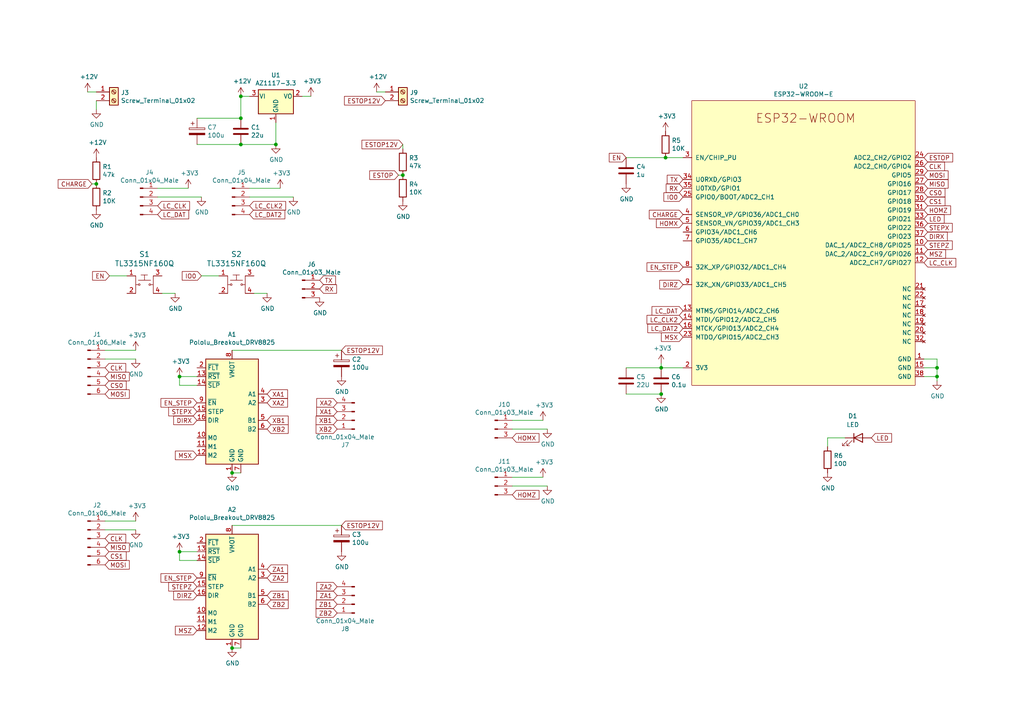
<source format=kicad_sch>
(kicad_sch (version 20211123) (generator eeschema)
  (paper "A4")
  (lib_symbols
    (symbol "Connector:Conn_01x03_Male" (pin_names (offset 1.016) hide)
      (property "Reference" "J" (at 0 5.08 0))
      (property "Value" "Conn_01x03_Male" (at 0 -5.08 0))
      (symbol "Conn_01x03_Male_1_1"
        (polyline (pts (xy 1.27 -2.54) (xy 0.8636 -2.54)) (stroke (width 0.1524)))
        (polyline (pts (xy 1.27 0) (xy 0.8636 0)) (stroke (width 0.1524)))
        (polyline (pts (xy 1.27 2.54) (xy 0.8636 2.54)) (stroke (width 0.1524)))
        (rectangle (start 0.8636 -2.413) (end 0 -2.667) (stroke (width 0.1524)) (fill (type outline)))
        (rectangle (start 0.8636 0.127) (end 0 -0.127) (stroke (width 0.1524)) (fill (type outline)))
        (rectangle (start 0.8636 2.667) (end 0 2.413) (stroke (width 0.1524)) (fill (type outline)))
        (pin passive line (at 5.08 2.54 180) (length 3.81) (name "Pin_1") (number "1"))
        (pin passive line (at 5.08 0 180) (length 3.81) (name "Pin_2") (number "2"))
        (pin passive line (at 5.08 -2.54 180) (length 3.81) (name "Pin_3") (number "3"))
      )
    )
    (symbol "Connector:Conn_01x04_Male" (pin_names (offset 1.016) hide)
      (property "Reference" "J" (at 0 5.08 0))
      (property "Value" "Conn_01x04_Male" (at 0 -7.62 0))
      (symbol "Conn_01x04_Male_1_1"
        (polyline (pts (xy 1.27 -5.08) (xy 0.8636 -5.08)) (stroke (width 0.1524)))
        (polyline (pts (xy 1.27 -2.54) (xy 0.8636 -2.54)) (stroke (width 0.1524)))
        (polyline (pts (xy 1.27 0) (xy 0.8636 0)) (stroke (width 0.1524)))
        (polyline (pts (xy 1.27 2.54) (xy 0.8636 2.54)) (stroke (width 0.1524)))
        (rectangle (start 0.8636 -4.953) (end 0 -5.207) (stroke (width 0.1524)) (fill (type outline)))
        (rectangle (start 0.8636 -2.413) (end 0 -2.667) (stroke (width 0.1524)) (fill (type outline)))
        (rectangle (start 0.8636 0.127) (end 0 -0.127) (stroke (width 0.1524)) (fill (type outline)))
        (rectangle (start 0.8636 2.667) (end 0 2.413) (stroke (width 0.1524)) (fill (type outline)))
        (pin passive line (at 5.08 2.54 180) (length 3.81) (name "Pin_1") (number "1"))
        (pin passive line (at 5.08 0 180) (length 3.81) (name "Pin_2") (number "2"))
        (pin passive line (at 5.08 -2.54 180) (length 3.81) (name "Pin_3") (number "3"))
        (pin passive line (at 5.08 -5.08 180) (length 3.81) (name "Pin_4") (number "4"))
      )
    )
    (symbol "Connector:Conn_01x06_Male" (pin_names (offset 1.016) hide)
      (property "Reference" "J" (at 0 7.62 0))
      (property "Value" "Conn_01x06_Male" (at 0 -10.16 0))
      (symbol "Conn_01x06_Male_1_1"
        (polyline (pts (xy 1.27 -7.62) (xy 0.8636 -7.62)) (stroke (width 0.1524)))
        (polyline (pts (xy 1.27 -5.08) (xy 0.8636 -5.08)) (stroke (width 0.1524)))
        (polyline (pts (xy 1.27 -2.54) (xy 0.8636 -2.54)) (stroke (width 0.1524)))
        (polyline (pts (xy 1.27 0) (xy 0.8636 0)) (stroke (width 0.1524)))
        (polyline (pts (xy 1.27 2.54) (xy 0.8636 2.54)) (stroke (width 0.1524)))
        (polyline (pts (xy 1.27 5.08) (xy 0.8636 5.08)) (stroke (width 0.1524)))
        (rectangle (start 0.8636 -7.493) (end 0 -7.747) (stroke (width 0.1524)) (fill (type outline)))
        (rectangle (start 0.8636 -4.953) (end 0 -5.207) (stroke (width 0.1524)) (fill (type outline)))
        (rectangle (start 0.8636 -2.413) (end 0 -2.667) (stroke (width 0.1524)) (fill (type outline)))
        (rectangle (start 0.8636 0.127) (end 0 -0.127) (stroke (width 0.1524)) (fill (type outline)))
        (rectangle (start 0.8636 2.667) (end 0 2.413) (stroke (width 0.1524)) (fill (type outline)))
        (rectangle (start 0.8636 5.207) (end 0 4.953) (stroke (width 0.1524)) (fill (type outline)))
        (pin passive line (at 5.08 5.08 180) (length 3.81) (name "Pin_1") (number "1"))
        (pin passive line (at 5.08 2.54 180) (length 3.81) (name "Pin_2") (number "2"))
        (pin passive line (at 5.08 0 180) (length 3.81) (name "Pin_3") (number "3"))
        (pin passive line (at 5.08 -2.54 180) (length 3.81) (name "Pin_4") (number "4"))
        (pin passive line (at 5.08 -5.08 180) (length 3.81) (name "Pin_5") (number "5"))
        (pin passive line (at 5.08 -7.62 180) (length 3.81) (name "Pin_6") (number "6"))
      )
    )
    (symbol "Connector:Screw_Terminal_01x02" (pin_names (offset 1.016) hide)
      (property "Reference" "J" (at 0 2.54 0))
      (property "Value" "Screw_Terminal_01x02" (at 0 -5.08 0))
      (symbol "Screw_Terminal_01x02_1_1"
        (rectangle (start -1.27 1.27) (end 1.27 -3.81) (stroke (width 0.254)) (fill (type background)))
        (circle (center 0 -2.54) (radius 0.635) (stroke (width 0.1524)))
        (polyline (pts (xy -0.5334 -2.2098) (xy 0.3302 -3.048)) (stroke (width 0.1524)))
        (polyline (pts (xy -0.5334 0.3302) (xy 0.3302 -0.508)) (stroke (width 0.1524)))
        (polyline (pts (xy -0.3556 -2.032) (xy 0.508 -2.8702)) (stroke (width 0.1524)))
        (polyline (pts (xy -0.3556 0.508) (xy 0.508 -0.3302)) (stroke (width 0.1524)))
        (circle (center 0 0) (radius 0.635) (stroke (width 0.1524)))
        (pin passive line (at -5.08 0 0) (length 3.81) (name "Pin_1") (number "1"))
        (pin passive line (at -5.08 -2.54 0) (length 3.81) (name "Pin_2") (number "2"))
      )
    )
    (symbol "Device:C" (pin_numbers hide) (pin_names (offset 0.254))
      (property "Reference" "C" (at 0.635 2.54 0))
      (property "Value" "C" (at 0.635 -2.54 0))
      (symbol "C_0_1"
        (polyline (pts (xy -2.032 -0.762) (xy 2.032 -0.762)) (stroke (width 0.508)))
        (polyline (pts (xy -2.032 0.762) (xy 2.032 0.762)) (stroke (width 0.508)))
      )
      (symbol "C_1_1"
        (pin passive line (at 0 3.81 270) (length 2.794) (name "~") (number "1"))
        (pin passive line (at 0 -3.81 90) (length 2.794) (name "~") (number "2"))
      )
    )
    (symbol "Device:LED" (pin_numbers hide) (pin_names (offset 1.016) hide)
      (property "Reference" "D" (at 0 2.54 0))
      (property "Value" "LED" (at 0 -2.54 0))
      (symbol "LED_0_1"
        (polyline (pts (xy -1.27 -1.27) (xy -1.27 1.27)) (stroke (width 0.254)))
        (polyline (pts (xy -1.27 0) (xy 1.27 0)))
        (polyline (pts (xy 1.27 -1.27) (xy 1.27 1.27) (xy -1.27 0) (xy 1.27 -1.27)) (stroke (width 0.254)))
        (polyline (pts (xy -3.048 -0.762) (xy -4.572 -2.286) (xy -3.81 -2.286) (xy -4.572 -2.286) (xy -4.572 -1.524)))
        (polyline (pts (xy -1.778 -0.762) (xy -3.302 -2.286) (xy -2.54 -2.286) (xy -3.302 -2.286) (xy -3.302 -1.524)))
      )
      (symbol "LED_1_1"
        (pin passive line (at -3.81 0 0) (length 2.54) (name "K") (number "1"))
        (pin passive line (at 3.81 0 180) (length 2.54) (name "A") (number "2"))
      )
    )
    (symbol "Device:R" (pin_numbers hide) (pin_names (offset 0))
      (property "Reference" "R" (at 2.032 0 90))
      (property "Value" "R" (at 0 0 90))
      (symbol "R_0_1"
        (rectangle (start -1.016 -2.54) (end 1.016 2.54) (stroke (width 0.254)))
      )
      (symbol "R_1_1"
        (pin passive line (at 0 3.81 270) (length 1.27) (name "~") (number "1"))
        (pin passive line (at 0 -3.81 90) (length 1.27) (name "~") (number "2"))
      )
    )
    (symbol "Driver_Motor:Pololu_Breakout_DRV8825"
      (property "Reference" "A" (at -2.54 16.51 0))
      (property "Value" "Pololu_Breakout_DRV8825" (at -2.54 13.97 0))
      (symbol "Pololu_Breakout_DRV8825_0_1"
        (rectangle (start 7.62 -17.78) (end -7.62 12.7) (stroke (width 0.254)) (fill (type background)))
      )
      (symbol "Pololu_Breakout_DRV8825_1_1"
        (pin power_in line (at 0 -20.32 90) (length 2.54) (name "GND") (number "1"))
        (pin input line (at -10.16 -10.16 0) (length 2.54) (name "M0") (number "10"))
        (pin input line (at -10.16 -12.7 0) (length 2.54) (name "M1") (number "11"))
        (pin input line (at -10.16 -15.24 0) (length 2.54) (name "M2") (number "12"))
        (pin input line (at -10.16 7.62 0) (length 2.54) (name "~{RST}") (number "13"))
        (pin input line (at -10.16 5.08 0) (length 2.54) (name "~{SLP}") (number "14"))
        (pin input line (at -10.16 -2.54 0) (length 2.54) (name "STEP") (number "15"))
        (pin input line (at -10.16 -5.08 0) (length 2.54) (name "DIR") (number "16"))
        (pin output line (at -10.16 10.16 0) (length 2.54) (name "~{FLT}") (number "2"))
        (pin output line (at 10.16 0 180) (length 2.54) (name "A2") (number "3"))
        (pin output line (at 10.16 2.54 180) (length 2.54) (name "A1") (number "4"))
        (pin output line (at 10.16 -5.08 180) (length 2.54) (name "B1") (number "5"))
        (pin output line (at 10.16 -7.62 180) (length 2.54) (name "B2") (number "6"))
        (pin power_in line (at 2.54 -20.32 90) (length 2.54) (name "GND") (number "7"))
        (pin power_in line (at 0 15.24 270) (length 2.54) (name "VMOT") (number "8"))
        (pin input line (at -10.16 0 0) (length 2.54) (name "~{EN}") (number "9"))
      )
    )
    (symbol "MuscleRoller-rescue:CP-Device" (pin_numbers hide) (pin_names (offset 0.254))
      (property "Reference" "C" (at 0.635 2.54 0))
      (property "Value" "CP-Device" (at 0.635 -2.54 0))
      (symbol "CP-Device_0_1"
        (rectangle (start -2.286 0.508) (end 2.286 1.016))
        (polyline (pts (xy -1.778 2.286) (xy -0.762 2.286)))
        (polyline (pts (xy -1.27 2.794) (xy -1.27 1.778)))
        (rectangle (start 2.286 -0.508) (end -2.286 -1.016) (fill (type outline)))
      )
      (symbol "CP-Device_1_1"
        (pin passive line (at 0 3.81 270) (length 2.794) (name "~") (number "1"))
        (pin passive line (at 0 -3.81 90) (length 2.794) (name "~") (number "2"))
      )
    )
    (symbol "MuscleRoller-rescue:ESP32-WROOM-E-Espressif" (pin_names (offset 1.016))
      (property "Reference" "U" (at 0 43.18 0))
      (property "Value" "ESP32-WROOM-E-Espressif" (at 0 -41.91 0))
      (symbol "ESP32-WROOM-E-Espressif_0_1"
        (rectangle (start 33.02 41.91) (end -31.75 -40.64) (fill (type background)))
      )
      (symbol "ESP32-WROOM-E-Espressif_1_1"
        (text "ESP32-­WROOM­" (at 1.27 36.83 0) (effects (font (size 2.54 2.54))))
        (pin power_in line (at 35.56 -33.02 180) (length 2.54) (name "GND") (number "1"))
        (pin bidirectional line (at 35.56 0 180) (length 2.54) (name "DAC_1/ADC2_CH8/GPIO25") (number "10"))
        (pin bidirectional line (at 35.56 -2.54 180) (length 2.54) (name "DAC_2/ADC2_CH9/GPIO26") (number "11"))
        (pin bidirectional line (at 35.56 -5.08 180) (length 2.54) (name "ADC2_CH7/GPIO27") (number "12"))
        (pin bidirectional line (at -34.29 -19.05 0) (length 2.54) (name "MTMS/GPIO14/ADC2_CH6") (number "13"))
        (pin bidirectional line (at -34.29 -21.59 0) (length 2.54) (name "MTDI/GPIO12/ADC2_CH5") (number "14"))
        (pin power_in line (at 35.56 -35.56 180) (length 2.54) (name "GND") (number "15"))
        (pin bidirectional line (at -34.29 -24.13 0) (length 2.54) (name "MTCK/GPIO13/ADC2_CH4") (number "16"))
        (pin no_connect line (at 35.56 -17.78 180) (length 2.54) (name "NC") (number "17"))
        (pin no_connect line (at 35.56 -20.32 180) (length 2.54) (name "NC") (number "18"))
        (pin no_connect line (at 35.56 -22.86 180) (length 2.54) (name "NC") (number "19"))
        (pin power_in line (at -34.29 -35.56 0) (length 2.54) (name "3V3") (number "2"))
        (pin no_connect line (at 35.56 -25.4 180) (length 2.54) (name "NC") (number "20"))
        (pin no_connect line (at 35.56 -12.7 180) (length 2.54) (name "NC") (number "21"))
        (pin no_connect line (at 35.56 -15.24 180) (length 2.54) (name "NC") (number "22"))
        (pin bidirectional line (at -34.29 -26.67 0) (length 2.54) (name "MTDO/GPIO15/ADC2_CH3") (number "23"))
        (pin bidirectional line (at 35.56 25.4 180) (length 2.54) (name "ADC2_CH2/GPIO2") (number "24"))
        (pin bidirectional line (at -34.29 13.97 0) (length 2.54) (name "GPIO0/BOOT/ADC2_CH1") (number "25"))
        (pin bidirectional line (at 35.56 22.86 180) (length 2.54) (name "ADC2_CH0/GPIO4") (number "26"))
        (pin bidirectional line (at 35.56 17.78 180) (length 2.54) (name "GPIO16") (number "27"))
        (pin bidirectional line (at 35.56 15.24 180) (length 2.54) (name "GPIO17") (number "28"))
        (pin bidirectional line (at 35.56 20.32 180) (length 2.54) (name "GPIO5") (number "29"))
        (pin input line (at -34.29 25.4 0) (length 2.54) (name "EN/CHIP_PU") (number "3"))
        (pin bidirectional line (at 35.56 12.7 180) (length 2.54) (name "GPIO18") (number "30"))
        (pin bidirectional line (at 35.56 10.16 180) (length 2.54) (name "GPIO19") (number "31"))
        (pin no_connect line (at 35.56 -27.94 180) (length 2.54) (name "NC") (number "32"))
        (pin bidirectional line (at 35.56 7.62 180) (length 2.54) (name "GPIO21") (number "33"))
        (pin bidirectional line (at -34.29 19.05 0) (length 2.54) (name "U0RXD/GPIO3") (number "34"))
        (pin bidirectional line (at -34.29 16.51 0) (length 2.54) (name "U0TXD/GPIO1") (number "35"))
        (pin bidirectional line (at 35.56 5.08 180) (length 2.54) (name "GPIO22") (number "36"))
        (pin bidirectional line (at 35.56 2.54 180) (length 2.54) (name "GPIO23") (number "37"))
        (pin power_in line (at 35.56 -38.1 180) (length 2.54) (name "GND") (number "38"))
        (pin input line (at -34.29 8.89 0) (length 2.54) (name "SENSOR_VP/GPIO36/ADC1_CH0") (number "4"))
        (pin input line (at -34.29 6.35 0) (length 2.54) (name "SENSOR_VN/GPIO39/ADC1_CH3") (number "5"))
        (pin input line (at -34.29 3.81 0) (length 2.54) (name "GPIO34/ADC1_CH6") (number "6"))
        (pin input line (at -34.29 1.27 0) (length 2.54) (name "GPIO35/ADC1_CH7") (number "7"))
        (pin bidirectional line (at -34.29 -6.35 0) (length 2.54) (name "32K_XP/GPIO32/ADC1_CH4") (number "8"))
        (pin bidirectional line (at -34.29 -11.43 0) (length 2.54) (name "32K_XN/GPIO33/ADC1_CH5") (number "9"))
      )
    )
    (symbol "Regulator_Linear:AZ1117-3.3" (pin_names (offset 0.254))
      (property "Reference" "U" (at -3.81 3.175 0))
      (property "Value" "AZ1117-3.3" (at 0 3.175 0))
      (symbol "AZ1117-3.3_0_1"
        (rectangle (start -5.08 1.905) (end 5.08 -5.08) (stroke (width 0.254)) (fill (type background)))
      )
      (symbol "AZ1117-3.3_1_1"
        (pin power_in line (at 0 -7.62 90) (length 2.54) (name "GND") (number "1"))
        (pin power_out line (at 7.62 0 180) (length 2.54) (name "VO") (number "2"))
        (pin power_in line (at -7.62 0 0) (length 2.54) (name "VI") (number "3"))
      )
    )
    (symbol "dk_Tactile-Switches:TL3315NF160Q" (pin_names (offset 1.016))
      (property "Reference" "S" (at 0 5.08 0))
      (property "Value" "TL3315NF160Q" (at 0 -5.08 0))
      (symbol "TL3315NF160Q_0_1"
        (circle (center -1.524 0) (radius 0.254))
        (polyline (pts (xy -2.54 2.54) (xy -2.54 -2.54)))
        (polyline (pts (xy -1.778 0) (xy -2.54 0)))
        (polyline (pts (xy -1.778 1.27) (xy 1.778 1.27)))
        (polyline (pts (xy 2.54 -2.54) (xy 2.54 2.54)))
        (polyline (pts (xy 2.54 0) (xy 1.778 0)))
        (circle (center 1.524 0) (radius 0.254))
      )
      (symbol "TL3315NF160Q_1_1"
        (polyline (pts (xy -1.016 2.794) (xy 0.889 2.794)))
        (polyline (pts (xy 0 2.794) (xy 0 1.27)))
        (pin passive line (at -5.08 2.54 0) (length 2.54) (name "~") (number "1"))
        (pin passive line (at -5.08 -2.54 0) (length 2.54) (name "~") (number "2"))
        (pin passive line (at 5.08 2.54 180) (length 2.54) (name "~") (number "3"))
        (pin passive line (at 5.08 -2.54 180) (length 2.54) (name "~") (number "4"))
      )
    )
    (symbol "power:+12V" (power) (pin_names (offset 0))
      (property "Value" "+12V" (at 0 3.556 0))
      (symbol "+12V_0_1"
        (polyline (pts (xy -0.762 1.27) (xy 0 2.54)))
        (polyline (pts (xy 0 0) (xy 0 2.54)))
        (polyline (pts (xy 0 2.54) (xy 0.762 1.27)))
      )
      (symbol "+12V_1_1"
        (pin power_in line (at 0 0 90) (length 0) hide (name "+12V") (number "1"))
      )
    )
    (symbol "power:+3V3" (power) (pin_names (offset 0))
      (property "Value" "+3V3" (at 0 3.556 0))
      (symbol "+3V3_0_1"
        (polyline (pts (xy -0.762 1.27) (xy 0 2.54)))
        (polyline (pts (xy 0 0) (xy 0 2.54)))
        (polyline (pts (xy 0 2.54) (xy 0.762 1.27)))
      )
      (symbol "+3V3_1_1"
        (pin power_in line (at 0 0 90) (length 0) hide (name "+3V3") (number "1"))
      )
    )
    (symbol "power:GND" (power) (pin_names (offset 0))
      (property "Value" "GND" (at 0 -3.81 0))
      (symbol "GND_0_1"
        (polyline (pts (xy 0 0) (xy 0 -1.27) (xy 1.27 -1.27) (xy 0 -2.54) (xy -1.27 -1.27) (xy 0 -1.27)))
      )
      (symbol "GND_1_1"
        (pin power_in line (at 0 0 270) (length 0) hide (name "GND") (number "1"))
      )
    )
  )
  (junction (at 191.77 106.68))
  (junction (at 69.85 41.91))
  (junction (at 191.77 114.3))
  (junction (at 67.31 187.96))
  (junction (at 69.85 34.29))
  (junction (at 69.85 27.94))
  (junction (at 67.31 137.16))
  (junction (at 80.01 41.91))
  (junction (at 193.04 45.72))
  (junction (at 271.78 109.22))
  (junction (at 52.07 160.02))
  (junction (at 116.84 50.8))
  (junction (at 27.94 53.34))
  (junction (at 271.78 106.68))
  (junction (at 52.07 109.22))
  (wire (pts (xy 240.03 127) (xy 245.11 127)))
  (wire (pts (xy 67.31 152.4) (xy 99.06 152.4)))
  (wire (pts (xy 240.03 129.54) (xy 240.03 127)))
  (wire (pts (xy 87.63 27.94) (xy 90.17 27.94)))
  (wire (pts (xy 267.97 106.68) (xy 271.78 106.68)))
  (wire (pts (xy 52.07 160.02) (xy 57.15 160.02)))
  (wire (pts (xy 69.85 27.94) (xy 69.85 34.29)))
  (wire (pts (xy 26.67 53.34) (xy 27.94 53.34)))
  (wire (pts (xy 57.15 111.76) (xy 52.07 111.76)))
  (wire (pts (xy 57.15 162.56) (xy 52.07 162.56)))
  (wire (pts (xy 46.99 85.09) (xy 50.8 85.09)))
  (wire (pts (xy 39.37 104.14) (xy 30.48 104.14)))
  (wire (pts (xy 181.61 45.72) (xy 193.04 45.72)))
  (wire (pts (xy 271.78 109.22) (xy 271.78 110.49)))
  (wire (pts (xy 271.78 109.22) (xy 267.97 109.22)))
  (wire (pts (xy 63.5 80.01) (xy 58.42 80.01)))
  (wire (pts (xy 69.85 27.94) (xy 72.39 27.94)))
  (wire (pts (xy 52.07 109.22) (xy 57.15 109.22)))
  (wire (pts (xy 67.31 187.96) (xy 69.85 187.96)))
  (wire (pts (xy 157.48 121.92) (xy 148.59 121.92)))
  (wire (pts (xy 52.07 162.56) (xy 52.07 160.02)))
  (wire (pts (xy 116.84 43.18) (xy 116.84 41.91)))
  (wire (pts (xy 191.77 106.68) (xy 198.12 106.68)))
  (wire (pts (xy 27.94 29.21) (xy 27.94 31.75)))
  (wire (pts (xy 45.72 54.61) (xy 54.61 54.61)))
  (wire (pts (xy 158.75 124.46) (xy 148.59 124.46)))
  (wire (pts (xy 181.61 114.3) (xy 191.77 114.3)))
  (wire (pts (xy 85.09 57.15) (xy 72.39 57.15)))
  (wire (pts (xy 57.15 41.91) (xy 69.85 41.91)))
  (wire (pts (xy 111.76 26.67) (xy 109.22 26.67)))
  (wire (pts (xy 69.85 41.91) (xy 80.01 41.91)))
  (wire (pts (xy 52.07 111.76) (xy 52.07 109.22)))
  (wire (pts (xy 193.04 45.72) (xy 198.12 45.72)))
  (wire (pts (xy 271.78 106.68) (xy 271.78 109.22)))
  (wire (pts (xy 57.15 34.29) (xy 69.85 34.29)))
  (wire (pts (xy 67.31 101.6) (xy 99.06 101.6)))
  (wire (pts (xy 39.37 151.13) (xy 30.48 151.13)))
  (wire (pts (xy 80.01 35.56) (xy 80.01 41.91)))
  (wire (pts (xy 27.94 26.67) (xy 25.4 26.67)))
  (wire (pts (xy 115.57 50.8) (xy 116.84 50.8)))
  (wire (pts (xy 191.77 105.41) (xy 191.77 106.68)))
  (wire (pts (xy 158.75 140.97) (xy 148.59 140.97)))
  (wire (pts (xy 39.37 153.67) (xy 30.48 153.67)))
  (wire (pts (xy 58.42 57.15) (xy 45.72 57.15)))
  (wire (pts (xy 267.97 104.14) (xy 271.78 104.14)))
  (wire (pts (xy 39.37 101.6) (xy 30.48 101.6)))
  (wire (pts (xy 72.39 54.61) (xy 81.28 54.61)))
  (wire (pts (xy 36.83 80.01) (xy 31.75 80.01)))
  (wire (pts (xy 73.66 85.09) (xy 77.47 85.09)))
  (wire (pts (xy 67.31 137.16) (xy 69.85 137.16)))
  (wire (pts (xy 271.78 104.14) (xy 271.78 106.68)))
  (wire (pts (xy 181.61 106.68) (xy 191.77 106.68)))
  (wire (pts (xy 157.48 138.43) (xy 148.59 138.43)))
  (global_label "CS1" (shape input) (at 267.97 58.42 0) (property "Intersheet References" "${INTERSHEET_REFS}" (effects hide)))
  (global_label "DIRZ" (shape input) (at 57.15 172.72 180) (property "Intersheet References" "${INTERSHEET_REFS}" (effects hide)))
  (global_label "ZB2" (shape input) (at 77.47 175.26 0) (property "Intersheet References" "${INTERSHEET_REFS}" (effects hide)))
  (global_label "LC_CLK" (shape input) (at 267.97 76.2 0) (property "Intersheet References" "${INTERSHEET_REFS}" (effects hide)))
  (global_label "ZA1" (shape input) (at 97.79 172.72 180) (property "Intersheet References" "${INTERSHEET_REFS}" (effects hide)))
  (global_label "CHARGE" (shape input) (at 198.12 62.23 180) (property "Intersheet References" "${INTERSHEET_REFS}" (effects hide)))
  (global_label "XA1" (shape input) (at 97.79 119.38 180) (property "Intersheet References" "${INTERSHEET_REFS}" (effects hide)))
  (global_label "DIRX" (shape input) (at 267.97 68.58 0) (property "Intersheet References" "${INTERSHEET_REFS}" (effects hide)))
  (global_label "STEPZ" (shape input) (at 267.97 71.12 0) (property "Intersheet References" "${INTERSHEET_REFS}" (effects hide)))
  (global_label "DIRZ" (shape input) (at 198.12 82.55 180) (property "Intersheet References" "${INTERSHEET_REFS}" (effects hide)))
  (global_label "CLK" (shape input) (at 30.48 156.21 0) (property "Intersheet References" "${INTERSHEET_REFS}" (effects hide)))
  (global_label "TX" (shape input) (at 198.12 52.07 180) (property "Intersheet References" "${INTERSHEET_REFS}" (effects hide)))
  (global_label "MISO" (shape input) (at 30.48 158.75 0) (property "Intersheet References" "${INTERSHEET_REFS}" (effects hide)))
  (global_label "LC_DAT" (shape input) (at 45.72 62.23 0) (property "Intersheet References" "${INTERSHEET_REFS}" (effects hide)))
  (global_label "TX" (shape input) (at 92.71 81.28 0) (property "Intersheet References" "${INTERSHEET_REFS}" (effects hide)))
  (global_label "MISO" (shape input) (at 30.48 109.22 0) (property "Intersheet References" "${INTERSHEET_REFS}" (effects hide)))
  (global_label "CLK" (shape input) (at 30.48 106.68 0) (property "Intersheet References" "${INTERSHEET_REFS}" (effects hide)))
  (global_label "MISO" (shape input) (at 267.97 53.34 0) (property "Intersheet References" "${INTERSHEET_REFS}" (effects hide)))
  (global_label "MSX" (shape input) (at 57.15 132.08 180) (property "Intersheet References" "${INTERSHEET_REFS}" (effects hide)))
  (global_label "ESTOP12V" (shape input) (at 116.84 41.91 180) (property "Intersheet References" "${INTERSHEET_REFS}" (effects hide)))
  (global_label "ZA2" (shape input) (at 97.79 170.18 180) (property "Intersheet References" "${INTERSHEET_REFS}" (effects hide)))
  (global_label "ESTOP12V" (shape input) (at 99.06 152.4 0) (property "Intersheet References" "${INTERSHEET_REFS}" (effects hide)))
  (global_label "RX" (shape input) (at 92.71 83.82 0) (property "Intersheet References" "${INTERSHEET_REFS}" (effects hide)))
  (global_label "XA1" (shape input) (at 77.47 114.3 0) (property "Intersheet References" "${INTERSHEET_REFS}" (effects hide)))
  (global_label "CS0" (shape input) (at 30.48 111.76 0) (property "Intersheet References" "${INTERSHEET_REFS}" (effects hide)))
  (global_label "CS1" (shape input) (at 30.48 161.29 0) (property "Intersheet References" "${INTERSHEET_REFS}" (effects hide)))
  (global_label "ZA1" (shape input) (at 77.47 165.1 0) (property "Intersheet References" "${INTERSHEET_REFS}" (effects hide)))
  (global_label "XB2" (shape input) (at 97.79 124.46 180) (property "Intersheet References" "${INTERSHEET_REFS}" (effects hide)))
  (global_label "ZA2" (shape input) (at 77.47 167.64 0) (property "Intersheet References" "${INTERSHEET_REFS}" (effects hide)))
  (global_label "MOSI" (shape input) (at 30.48 114.3 0) (property "Intersheet References" "${INTERSHEET_REFS}" (effects hide)))
  (global_label "MSZ" (shape input) (at 267.97 73.66 0) (property "Intersheet References" "${INTERSHEET_REFS}" (effects hide)))
  (global_label "IO0" (shape input) (at 58.42 80.01 180) (property "Intersheet References" "${INTERSHEET_REFS}" (effects hide)))
  (global_label "XA2" (shape input) (at 97.79 116.84 180) (property "Intersheet References" "${INTERSHEET_REFS}" (effects hide)))
  (global_label "MSX" (shape input) (at 198.12 97.79 180) (property "Intersheet References" "${INTERSHEET_REFS}" (effects hide)))
  (global_label "CHARGE" (shape input) (at 26.67 53.34 180) (property "Intersheet References" "${INTERSHEET_REFS}" (effects hide)))
  (global_label "LC_CLK" (shape input) (at 45.72 59.69 0) (property "Intersheet References" "${INTERSHEET_REFS}" (effects hide)))
  (global_label "STEPX" (shape input) (at 57.15 119.38 180) (property "Intersheet References" "${INTERSHEET_REFS}" (effects hide)))
  (global_label "LC_DAT2" (shape input) (at 198.12 95.25 180) (property "Intersheet References" "${INTERSHEET_REFS}" (effects hide)))
  (global_label "CLK" (shape input) (at 267.97 48.26 0) (property "Intersheet References" "${INTERSHEET_REFS}" (effects hide)))
  (global_label "XB2" (shape input) (at 77.47 124.46 0) (property "Intersheet References" "${INTERSHEET_REFS}" (effects hide)))
  (global_label "EN" (shape input) (at 181.61 45.72 180) (property "Intersheet References" "${INTERSHEET_REFS}" (effects hide)))
  (global_label "HOMZ" (shape input) (at 148.59 143.51 0) (property "Intersheet References" "${INTERSHEET_REFS}" (effects hide)))
  (global_label "ESTOP12V" (shape input) (at 99.06 101.6 0) (property "Intersheet References" "${INTERSHEET_REFS}" (effects hide)))
  (global_label "MOSI" (shape input) (at 267.97 50.8 0) (property "Intersheet References" "${INTERSHEET_REFS}" (effects hide)))
  (global_label "LC_DAT2" (shape input) (at 72.39 62.23 0) (property "Intersheet References" "${INTERSHEET_REFS}" (effects hide)))
  (global_label "STEPX" (shape input) (at 267.97 66.04 0) (property "Intersheet References" "${INTERSHEET_REFS}" (effects hide)))
  (global_label "DIRX" (shape input) (at 57.15 121.92 180) (property "Intersheet References" "${INTERSHEET_REFS}" (effects hide)))
  (global_label "ZB2" (shape input) (at 97.79 177.8 180) (property "Intersheet References" "${INTERSHEET_REFS}" (effects hide)))
  (global_label "LC_CLK2" (shape input) (at 72.39 59.69 0) (property "Intersheet References" "${INTERSHEET_REFS}" (effects hide)))
  (global_label "CS0" (shape input) (at 267.97 55.88 0) (property "Intersheet References" "${INTERSHEET_REFS}" (effects hide)))
  (global_label "LED" (shape input) (at 252.73 127 0) (property "Intersheet References" "${INTERSHEET_REFS}" (effects hide)))
  (global_label "LC_DAT" (shape input) (at 198.12 90.17 180) (property "Intersheet References" "${INTERSHEET_REFS}" (effects hide)))
  (global_label "IO0" (shape input) (at 198.12 57.15 180) (property "Intersheet References" "${INTERSHEET_REFS}" (effects hide)))
  (global_label "ZB1" (shape input) (at 97.79 175.26 180) (property "Intersheet References" "${INTERSHEET_REFS}" (effects hide)))
  (global_label "HOMZ" (shape input) (at 267.97 60.96 0) (property "Intersheet References" "${INTERSHEET_REFS}" (effects hide)))
  (global_label "EN_STEP" (shape input) (at 198.12 77.47 180) (property "Intersheet References" "${INTERSHEET_REFS}" (effects hide)))
  (global_label "EN_STEP" (shape input) (at 57.15 167.64 180) (property "Intersheet References" "${INTERSHEET_REFS}" (effects hide)))
  (global_label "ESTOP" (shape input) (at 115.57 50.8 180) (property "Intersheet References" "${INTERSHEET_REFS}" (effects hide)))
  (global_label "ESTOP" (shape input) (at 267.97 45.72 0) (property "Intersheet References" "${INTERSHEET_REFS}" (effects hide)))
  (global_label "HOMX" (shape input) (at 198.12 64.77 180) (property "Intersheet References" "${INTERSHEET_REFS}" (effects hide)))
  (global_label "XB1" (shape input) (at 97.79 121.92 180) (property "Intersheet References" "${INTERSHEET_REFS}" (effects hide)))
  (global_label "EN" (shape input) (at 31.75 80.01 180) (property "Intersheet References" "${INTERSHEET_REFS}" (effects hide)))
  (global_label "EN_STEP" (shape input) (at 57.15 116.84 180) (property "Intersheet References" "${INTERSHEET_REFS}" (effects hide)))
  (global_label "RX" (shape input) (at 198.12 54.61 180) (property "Intersheet References" "${INTERSHEET_REFS}" (effects hide)))
  (global_label "MSZ" (shape input) (at 57.15 182.88 180) (property "Intersheet References" "${INTERSHEET_REFS}" (effects hide)))
  (global_label "STEPZ" (shape input) (at 57.15 170.18 180) (property "Intersheet References" "${INTERSHEET_REFS}" (effects hide)))
  (global_label "MOSI" (shape input) (at 30.48 163.83 0) (property "Intersheet References" "${INTERSHEET_REFS}" (effects hide)))
  (global_label "XB1" (shape input) (at 77.47 121.92 0) (property "Intersheet References" "${INTERSHEET_REFS}" (effects hide)))
  (global_label "LED" (shape input) (at 267.97 63.5 0) (property "Intersheet References" "${INTERSHEET_REFS}" (effects hide)))
  (global_label "ESTOP12V" (shape input) (at 111.76 29.21 180) (property "Intersheet References" "${INTERSHEET_REFS}" (effects hide)))
  (global_label "ZB1" (shape input) (at 77.47 172.72 0) (property "Intersheet References" "${INTERSHEET_REFS}" (effects hide)))
  (global_label "LC_CLK2" (shape input) (at 198.12 92.71 180) (property "Intersheet References" "${INTERSHEET_REFS}" (effects hide)))
  (global_label "HOMX" (shape input) (at 148.59 127 0) (property "Intersheet References" "${INTERSHEET_REFS}" (effects hide)))
  (global_label "XA2" (shape input) (at 77.47 116.84 0) (property "Intersheet References" "${INTERSHEET_REFS}" (effects hide)))
  (symbol (lib_id "Device:C") (at 181.61 110.49 0) (unit 1)
    (property "Reference" "C5" (at 184.531 109.3216 0) (effects (justify left)))
    (property "Value" "22U" (at 184.531 111.633 0) (effects (justify left)))
    (property "Footprint" "Capacitor_SMD:C_0805_2012Metric_Pad1.18x1.45mm_HandSolder" (effects hide))
  )
  (symbol (lib_id "power:+3V3") (at 191.77 105.41 0) (unit 1)
    (property "Reference" "#PWR032" (effects hide))
    (property "Value" "+3V3" (at 192.151 101.0158 0))
  )
  (symbol (lib_id "power:GND") (at 181.61 53.34 0) (unit 1)
    (property "Reference" "#PWR031" (effects hide))
    (property "Value" "GND" (at 181.737 57.7342 0))
  )
  (symbol (lib_id "power:+3V3") (at 193.04 38.1 0) (unit 1)
    (property "Reference" "#PWR034" (effects hide))
    (property "Value" "+3V3" (at 193.421 33.7058 0))
  )
  (symbol (lib_id "Device:R") (at 193.04 41.91 0) (unit 1)
    (property "Reference" "R5" (at 194.818 40.7416 0) (effects (justify left)))
    (property "Value" "10K" (at 194.818 43.053 0) (effects (justify left)))
    (property "Footprint" "Resistor_SMD:R_0805_2012Metric_Pad1.20x1.40mm_HandSolder" (effects hide))
  )
  (symbol (lib_id "power:GND") (at 191.77 114.3 0) (unit 1)
    (property "Reference" "#PWR033" (effects hide))
    (property "Value" "GND" (at 191.897 118.6942 0))
  )
  (symbol (lib_id "Regulator_Linear:AZ1117-3.3") (at 80.01 27.94 0) (unit 1)
    (property "Reference" "U1" (at 80.01 21.7932 0))
    (property "Value" "AZ1117-3.3" (at 80.01 24.1046 0))
    (property "Footprint" "Package_TO_SOT_SMD:SOT-223-3_TabPin2" (effects hide))
    (property "Datasheet" "https://www.diodes.com/assets/Datasheets/AZ1117.pdf" (effects hide))
  )
  (symbol (lib_id "power:GND") (at 27.94 31.75 0) (unit 1)
    (property "Reference" "#PWR02" (effects hide))
    (property "Value" "GND" (at 28.067 36.1442 0))
  )
  (symbol (lib_id "power:+12V") (at 25.4 26.67 0) (unit 1)
    (property "Reference" "#PWR01" (effects hide))
    (property "Value" "+12V" (at 25.781 22.2758 0))
  )
  (symbol (lib_id "power:GND") (at 80.01 41.91 0) (unit 1)
    (property "Reference" "#PWR018" (effects hide))
    (property "Value" "GND" (at 80.137 46.3042 0))
  )
  (symbol (lib_id "power:+3V3") (at 90.17 27.94 0) (unit 1)
    (property "Reference" "#PWR021" (effects hide))
    (property "Value" "+3V3" (at 90.551 23.5458 0))
  )
  (symbol (lib_id "power:+12V") (at 27.94 45.72 0) (unit 1)
    (property "Reference" "#PWR03" (effects hide))
    (property "Value" "+12V" (at 28.321 41.3258 0))
  )
  (symbol (lib_id "Device:R") (at 27.94 49.53 0) (unit 1)
    (property "Reference" "R1" (at 29.718 48.3616 0) (effects (justify left)))
    (property "Value" "47k" (at 29.718 50.673 0) (effects (justify left)))
    (property "Footprint" "Resistor_SMD:R_0805_2012Metric_Pad1.20x1.40mm_HandSolder" (effects hide))
  )
  (symbol (lib_id "Device:R") (at 27.94 57.15 0) (unit 1)
    (property "Reference" "R2" (at 29.718 55.9816 0) (effects (justify left)))
    (property "Value" "10K" (at 29.718 58.293 0) (effects (justify left)))
    (property "Footprint" "Resistor_SMD:R_0805_2012Metric_Pad1.20x1.40mm_HandSolder" (effects hide))
  )
  (symbol (lib_id "power:GND") (at 27.94 60.96 0) (unit 1)
    (property "Reference" "#PWR04" (effects hide))
    (property "Value" "GND" (at 28.067 65.3542 0))
  )
  (symbol (lib_id "power:GND") (at 92.71 86.36 0) (unit 1)
    (property "Reference" "#PWR022" (effects hide))
    (property "Value" "GND" (at 92.837 90.7542 0))
  )
  (symbol (lib_id "dk_Tactile-Switches:TL3315NF160Q") (at 41.91 82.55 0) (unit 1)
    (property "Reference" "S1" (at 41.91 73.7362 0) (effects (font (size 1.524 1.524))))
    (property "Value" "TL3315NF160Q" (at 41.91 76.4286 0) (effects (font (size 1.524 1.524))))
    (property "Footprint" "SageRobots:TL3305AF160QG" (effects hide))
    (property "Datasheet" "http://spec_sheets.e-switch.com/specs/P010337.pdf" (effects hide))
    (property "Digi-Key_PN" "EG4621CT-ND" (effects hide))
    (property "MPN" "TL3315NF160Q" (effects hide))
    (property "Category" "Switches" (effects hide))
    (property "Family" "Tactile Switches" (effects hide))
    (property "DK_Datasheet_Link" "http://spec_sheets.e-switch.com/specs/P010337.pdf" (effects hide))
    (property "DK_Detail_Page" "/product-detail/en/e-switch/TL3315NF160Q/EG4621CT-ND/1870401" (effects hide))
    (property "Description" "SWITCH TACTILE SPST-NO 0.05A 15V" (effects hide))
    (property "Manufacturer" "E-Switch" (effects hide))
    (property "Status" "Active" (effects hide))
  )
  (symbol (lib_id "power:GND") (at 50.8 85.09 0) (unit 1)
    (property "Reference" "#PWR09" (effects hide))
    (property "Value" "GND" (at 50.927 89.4842 0))
  )
  (symbol (lib_id "Connector:Screw_Terminal_01x02") (at 33.02 26.67 0) (unit 1)
    (property "Reference" "J3" (at 35.052 26.8732 0) (effects (justify left)))
    (property "Value" "Screw_Terminal_01x02" (at 35.052 29.1846 0) (effects (justify left)))
    (property "Footprint" "TerminalBlock_Phoenix:TerminalBlock_Phoenix_MKDS-1,5-2_1x02_P5.00mm_Horizontal" (effects hide))
  )
  (symbol (lib_id "MuscleRoller-rescue:CP-Device") (at 99.06 105.41 0) (unit 1)
    (property "Reference" "C2" (at 102.0572 104.2416 0) (effects (justify left)))
    (property "Value" "100u" (at 102.0572 106.553 0) (effects (justify left)))
    (property "Footprint" "Capacitor_SMD:CP_Elec_6.3x7.7" (effects hide))
  )
  (symbol (lib_id "power:GND") (at 99.06 109.22 0) (unit 1)
    (property "Reference" "#PWR023" (effects hide))
    (property "Value" "GND" (at 99.187 113.6142 0))
  )
  (symbol (lib_id "power:+3V3") (at 52.07 109.22 0) (unit 1)
    (property "Reference" "#PWR010" (effects hide))
    (property "Value" "+3V3" (at 52.451 104.8258 0))
  )
  (symbol (lib_id "power:GND") (at 67.31 137.16 0) (unit 1)
    (property "Reference" "#PWR014" (effects hide))
    (property "Value" "GND" (at 67.437 141.5542 0))
  )
  (symbol (lib_id "MuscleRoller-rescue:CP-Device") (at 99.06 156.21 0) (unit 1)
    (property "Reference" "C3" (at 102.0572 155.0416 0) (effects (justify left)))
    (property "Value" "100u" (at 102.0572 157.353 0) (effects (justify left)))
    (property "Footprint" "Capacitor_SMD:CP_Elec_6.3x7.7" (effects hide))
  )
  (symbol (lib_id "power:GND") (at 99.06 160.02 0) (unit 1)
    (property "Reference" "#PWR024" (effects hide))
    (property "Value" "GND" (at 99.187 164.4142 0))
  )
  (symbol (lib_id "power:GND") (at 58.42 57.15 0) (unit 1)
    (property "Reference" "#PWR013" (effects hide))
    (property "Value" "GND" (at 58.547 61.5442 0))
  )
  (symbol (lib_id "dk_Tactile-Switches:TL3315NF160Q") (at 68.58 82.55 0) (unit 1)
    (property "Reference" "S2" (at 68.58 73.7362 0) (effects (font (size 1.524 1.524))))
    (property "Value" "TL3315NF160Q" (at 68.58 76.4286 0) (effects (font (size 1.524 1.524))))
    (property "Footprint" "SageRobots:TL3305AF160QG" (effects hide))
    (property "Datasheet" "http://spec_sheets.e-switch.com/specs/P010337.pdf" (effects hide))
    (property "Digi-Key_PN" "EG4621CT-ND" (effects hide))
    (property "MPN" "TL3315NF160Q" (effects hide))
    (property "Category" "Switches" (effects hide))
    (property "Family" "Tactile Switches" (effects hide))
    (property "DK_Datasheet_Link" "http://spec_sheets.e-switch.com/specs/P010337.pdf" (effects hide))
    (property "DK_Detail_Page" "/product-detail/en/e-switch/TL3315NF160Q/EG4621CT-ND/1870401" (effects hide))
    (property "Description" "SWITCH TACTILE SPST-NO 0.05A 15V" (effects hide))
    (property "Manufacturer" "E-Switch" (effects hide))
    (property "Status" "Active" (effects hide))
  )
  (symbol (lib_id "power:GND") (at 77.47 85.09 0) (unit 1)
    (property "Reference" "#PWR017" (effects hide))
    (property "Value" "GND" (at 77.597 89.4842 0))
  )
  (symbol (lib_id "Connector:Conn_01x03_Male") (at 87.63 83.82 0) (unit 1)
    (property "Reference" "J6" (at 90.3732 76.6826 0))
    (property "Value" "Conn_01x03_Male" (at 90.3732 78.994 0))
    (property "Footprint" "Connector_PinHeader_2.54mm:PinHeader_1x03_P2.54mm_Vertical" (effects hide))
  )
  (symbol (lib_id "Connector:Conn_01x03_Male") (at 143.51 124.46 0) (unit 1)
    (property "Reference" "J10" (at 146.2532 117.3226 0))
    (property "Value" "Conn_01x03_Male" (at 146.2532 119.634 0))
    (property "Footprint" "Connector_JST:JST_XH_B3B-XH-A_1x03_P2.50mm_Vertical" (effects hide))
  )
  (symbol (lib_id "power:+3V3") (at 157.48 121.92 0) (unit 1)
    (property "Reference" "#PWR027" (effects hide))
    (property "Value" "+3V3" (at 157.861 117.5258 0))
  )
  (symbol (lib_id "power:GND") (at 158.75 124.46 0) (unit 1)
    (property "Reference" "#PWR029" (effects hide))
    (property "Value" "GND" (at 158.877 128.8542 0))
  )
  (symbol (lib_id "Connector:Conn_01x03_Male") (at 143.51 140.97 0) (unit 1)
    (property "Reference" "J11" (at 146.2532 133.8326 0))
    (property "Value" "Conn_01x03_Male" (at 146.2532 136.144 0))
    (property "Footprint" "Connector_JST:JST_XH_B3B-XH-A_1x03_P2.50mm_Vertical" (effects hide))
  )
  (symbol (lib_id "power:+3V3") (at 157.48 138.43 0) (unit 1)
    (property "Reference" "#PWR028" (effects hide))
    (property "Value" "+3V3" (at 157.861 134.0358 0))
  )
  (symbol (lib_id "power:GND") (at 158.75 140.97 0) (unit 1)
    (property "Reference" "#PWR030" (effects hide))
    (property "Value" "GND" (at 158.877 145.3642 0))
  )
  (symbol (lib_id "Connector:Conn_01x04_Male") (at 67.31 57.15 0) (unit 1)
    (property "Reference" "J5" (at 70.0532 50.0126 0))
    (property "Value" "Conn_01x04_Male" (at 70.0532 52.324 0))
    (property "Footprint" "Connector_JST:JST_XH_B4B-XH-A_1x04_P2.50mm_Vertical" (effects hide))
  )
  (symbol (lib_id "power:+3V3") (at 81.28 54.61 0) (unit 1)
    (property "Reference" "#PWR019" (effects hide))
    (property "Value" "+3V3" (at 81.661 50.2158 0))
  )
  (symbol (lib_id "power:GND") (at 85.09 57.15 0) (unit 1)
    (property "Reference" "#PWR020" (effects hide))
    (property "Value" "GND" (at 85.217 61.5442 0))
  )
  (symbol (lib_id "Connector:Conn_01x04_Male") (at 102.87 121.92 180) (unit 1)
    (property "Reference" "J7" (at 100.1268 129.0574 0))
    (property "Value" "Conn_01x04_Male" (at 100.1268 126.746 0))
    (property "Footprint" "Connector_JST:JST_XH_B4B-XH-A_1x04_P2.50mm_Vertical" (effects hide))
  )
  (symbol (lib_id "Connector:Conn_01x04_Male") (at 102.87 175.26 180) (unit 1)
    (property "Reference" "J8" (at 100.1268 182.3974 0))
    (property "Value" "Conn_01x04_Male" (at 100.1268 180.086 0))
    (property "Footprint" "Connector_JST:JST_XH_B4B-XH-A_1x04_P2.50mm_Vertical" (effects hide))
  )
  (symbol (lib_id "MuscleRoller-rescue:ESP32-WROOM-E-Espressif") (at 232.41 71.12 0) (unit 1)
    (property "Reference" "U2" (at 233.045 25.019 0))
    (property "Value" "ESP32-WROOM-E" (at 233.045 27.3304 0))
    (property "Footprint" "Espressif:ESP32-WROOM-32E" (effects hide))
    (property "Datasheet" "https://www.espressif.com/sites/default/files/documentation/esp32-wroom-32e_esp32-wroom-32ue_datasheet_en.pdf" (effects hide))
  )
  (symbol (lib_id "power:+12V") (at 109.22 26.67 0) (unit 1)
    (property "Reference" "#PWR025" (effects hide))
    (property "Value" "+12V" (at 109.601 22.2758 0))
  )
  (symbol (lib_id "Connector:Screw_Terminal_01x02") (at 116.84 26.67 0) (unit 1)
    (property "Reference" "J9" (at 118.872 26.8732 0) (effects (justify left)))
    (property "Value" "Screw_Terminal_01x02" (at 118.872 29.1846 0) (effects (justify left)))
    (property "Footprint" "TerminalBlock_Phoenix:TerminalBlock_Phoenix_MKDS-1,5-2_1x02_P5.00mm_Horizontal" (effects hide))
  )
  (symbol (lib_id "Device:C") (at 191.77 110.49 0) (unit 1)
    (property "Reference" "C6" (at 194.691 109.3216 0) (effects (justify left)))
    (property "Value" "0.1u" (at 194.691 111.633 0) (effects (justify left)))
    (property "Footprint" "Capacitor_SMD:C_0805_2012Metric_Pad1.18x1.45mm_HandSolder" (effects hide))
  )
  (symbol (lib_id "Device:C") (at 181.61 49.53 0) (unit 1)
    (property "Reference" "C4" (at 184.531 48.3616 0) (effects (justify left)))
    (property "Value" "1u" (at 184.531 50.673 0) (effects (justify left)))
    (property "Footprint" "Capacitor_SMD:C_0805_2012Metric_Pad1.18x1.45mm_HandSolder" (effects hide))
  )
  (symbol (lib_id "power:GND") (at 271.78 110.49 0) (unit 1)
    (property "Reference" "#PWR035" (effects hide))
    (property "Value" "GND" (at 271.907 114.8842 0))
  )
  (symbol (lib_id "power:+12V") (at 69.85 27.94 0) (unit 1)
    (property "Reference" "#PWR016" (effects hide))
    (property "Value" "+12V" (at 70.231 23.5458 0))
  )
  (symbol (lib_id "Device:C") (at 69.85 38.1 0) (unit 1)
    (property "Reference" "C1" (at 72.771 36.9316 0) (effects (justify left)))
    (property "Value" "22u" (at 72.771 39.243 0) (effects (justify left)))
    (property "Footprint" "Capacitor_SMD:C_0805_2012Metric_Pad1.18x1.45mm_HandSolder" (effects hide))
  )
  (symbol (lib_id "Driver_Motor:Pololu_Breakout_DRV8825") (at 67.31 116.84 0) (unit 1)
    (property "Reference" "A1" (at 67.31 97.0026 0))
    (property "Value" "Pololu_Breakout_DRV8825" (at 67.31 99.314 0))
    (property "Footprint" "Module:Pololu_Breakout-16_15.2x20.3mm" (effects hide))
    (property "Datasheet" "https://www.pololu.com/product/2982" (effects hide))
  )
  (symbol (lib_id "power:+3V3") (at 52.07 160.02 0) (unit 1)
    (property "Reference" "#PWR011" (effects hide))
    (property "Value" "+3V3" (at 52.451 155.6258 0))
  )
  (symbol (lib_id "power:GND") (at 67.31 187.96 0) (unit 1)
    (property "Reference" "#PWR015" (effects hide))
    (property "Value" "GND" (at 67.437 192.3542 0))
  )
  (symbol (lib_id "Driver_Motor:Pololu_Breakout_DRV8825") (at 67.31 167.64 0) (unit 1)
    (property "Reference" "A2" (at 67.31 147.8026 0))
    (property "Value" "Pololu_Breakout_DRV8825" (at 67.31 150.114 0))
    (property "Footprint" "Module:Pololu_Breakout-16_15.2x20.3mm" (effects hide))
    (property "Datasheet" "https://www.pololu.com/product/2982" (effects hide))
  )
  (symbol (lib_id "Connector:Conn_01x04_Male") (at 40.64 57.15 0) (unit 1)
    (property "Reference" "J4" (at 43.3832 50.0126 0))
    (property "Value" "Conn_01x04_Male" (at 43.3832 52.324 0))
    (property "Footprint" "Connector_JST:JST_XH_B4B-XH-A_1x04_P2.50mm_Vertical" (effects hide))
  )
  (symbol (lib_id "power:+3V3") (at 54.61 54.61 0) (unit 1)
    (property "Reference" "#PWR012" (effects hide))
    (property "Value" "+3V3" (at 54.991 50.2158 0))
  )
  (symbol (lib_id "power:+3V3") (at 39.37 101.6 0) (unit 1)
    (property "Reference" "#PWR05" (effects hide))
    (property "Value" "+3V3" (at 39.751 97.2058 0))
  )
  (symbol (lib_id "power:GND") (at 39.37 104.14 0) (unit 1)
    (property "Reference" "#PWR06" (effects hide))
    (property "Value" "GND" (at 39.497 108.5342 0))
  )
  (symbol (lib_id "Connector:Conn_01x06_Male") (at 25.4 106.68 0) (unit 1)
    (property "Reference" "J1" (at 28.1432 97.0026 0))
    (property "Value" "Conn_01x06_Male" (at 28.1432 99.314 0))
    (property "Footprint" "Connector_JST:JST_XH_B6B-XH-A_1x06_P2.50mm_Vertical" (effects hide))
  )
  (symbol (lib_id "power:+3V3") (at 39.37 151.13 0) (unit 1)
    (property "Reference" "#PWR07" (effects hide))
    (property "Value" "+3V3" (at 39.751 146.7358 0))
  )
  (symbol (lib_id "power:GND") (at 39.37 153.67 0) (unit 1)
    (property "Reference" "#PWR08" (effects hide))
    (property "Value" "GND" (at 39.497 158.0642 0))
  )
  (symbol (lib_id "Connector:Conn_01x06_Male") (at 25.4 156.21 0) (unit 1)
    (property "Reference" "J2" (at 28.1432 146.5326 0))
    (property "Value" "Conn_01x06_Male" (at 28.1432 148.844 0))
    (property "Footprint" "Connector_JST:JST_XH_B6B-XH-A_1x06_P2.50mm_Vertical" (effects hide))
  )
  (symbol (lib_id "Device:R") (at 116.84 46.99 0) (unit 1)
    (property "Reference" "R3" (at 118.618 45.8216 0) (effects (justify left)))
    (property "Value" "47k" (at 118.618 48.133 0) (effects (justify left)))
    (property "Footprint" "Resistor_SMD:R_0805_2012Metric_Pad1.20x1.40mm_HandSolder" (effects hide))
  )
  (symbol (lib_id "Device:R") (at 116.84 54.61 0) (unit 1)
    (property "Reference" "R4" (at 118.618 53.4416 0) (effects (justify left)))
    (property "Value" "10K" (at 118.618 55.753 0) (effects (justify left)))
    (property "Footprint" "Resistor_SMD:R_0805_2012Metric_Pad1.20x1.40mm_HandSolder" (effects hide))
  )
  (symbol (lib_id "power:GND") (at 116.84 58.42 0) (unit 1)
    (property "Reference" "#PWR026" (effects hide))
    (property "Value" "GND" (at 116.967 62.8142 0))
  )
  (symbol (lib_id "Device:R") (at 240.03 133.35 0) (unit 1)
    (property "Reference" "R6" (at 241.808 132.1816 0) (effects (justify left)))
    (property "Value" "100" (at 241.808 134.493 0) (effects (justify left)))
    (property "Footprint" "Resistor_SMD:R_0805_2012Metric_Pad1.20x1.40mm_HandSolder" (effects hide))
  )
  (symbol (lib_id "MuscleRoller-rescue:CP-Device") (at 57.15 38.1 0) (unit 1)
    (property "Reference" "C7" (at 60.1472 36.9316 0) (effects (justify left)))
    (property "Value" "100u" (at 60.1472 39.243 0) (effects (justify left)))
    (property "Footprint" "Capacitor_SMD:CP_Elec_6.3x7.7" (effects hide))
  )
  (symbol (lib_id "power:GND") (at 240.03 137.16 0) (unit 1)
    (property "Reference" "#PWR036" (effects hide))
    (property "Value" "GND" (at 240.157 141.5542 0))
  )
  (symbol (lib_id "Device:LED") (at 248.92 127 0) (unit 1)
    (property "Reference" "D1" (at 247.3325 120.65 0))
    (property "Value" "LED" (at 247.3325 123.19 0))
    (property "Footprint" "LED_SMD:LED_0805_2012Metric" (effects hide))
  )
)
</source>
